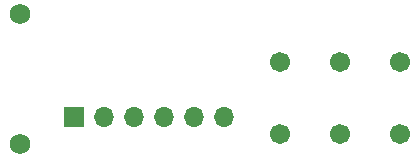
<source format=gbr>
%TF.GenerationSoftware,KiCad,Pcbnew,8.0.8+dfsg-1*%
%TF.CreationDate,2025-07-13T00:01:04+05:30*%
%TF.ProjectId,resistor_board,72657369-7374-46f7-925f-626f6172642e,rev?*%
%TF.SameCoordinates,Original*%
%TF.FileFunction,Soldermask,Top*%
%TF.FilePolarity,Negative*%
%FSLAX46Y46*%
G04 Gerber Fmt 4.6, Leading zero omitted, Abs format (unit mm)*
G04 Created by KiCad (PCBNEW 8.0.8+dfsg-1) date 2025-07-13 00:01:04*
%MOMM*%
%LPD*%
G01*
G04 APERTURE LIST*
%ADD10R,1.700000X1.700000*%
%ADD11O,1.700000X1.700000*%
%ADD12C,1.734000*%
%ADD13C,1.701800*%
G04 APERTURE END LIST*
D10*
%TO.C,J1*%
X123535100Y-73385552D03*
D11*
X126075100Y-73385552D03*
X128615100Y-73385552D03*
X131155100Y-73385552D03*
X133695100Y-73385552D03*
X136235100Y-73385552D03*
%TD*%
D12*
%TO.C,TP1*%
X118945100Y-64685600D03*
%TD*%
D13*
%TO.C,SW1*%
X140965100Y-68781600D03*
X146045100Y-68781600D03*
X151125100Y-68781600D03*
%TD*%
%TO.C,SW2*%
X140965100Y-74877600D03*
X146045100Y-74877600D03*
X151125100Y-74877600D03*
%TD*%
D12*
%TO.C,TP2*%
X118945100Y-75685600D03*
%TD*%
M02*

</source>
